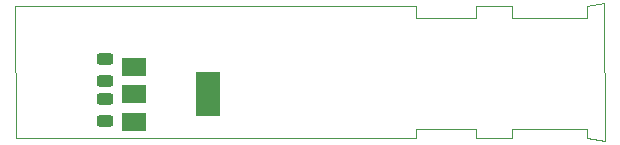
<source format=gtp>
G04 #@! TF.GenerationSoftware,KiCad,Pcbnew,6.0.7-f9a2dced07~116~ubuntu20.04.1*
G04 #@! TF.CreationDate,2022-09-06T19:45:12+02:00*
G04 #@! TF.ProjectId,wled-lion,776c6564-2d6c-4696-9f6e-2e6b69636164,rev?*
G04 #@! TF.SameCoordinates,Original*
G04 #@! TF.FileFunction,Paste,Top*
G04 #@! TF.FilePolarity,Positive*
%FSLAX46Y46*%
G04 Gerber Fmt 4.6, Leading zero omitted, Abs format (unit mm)*
G04 Created by KiCad (PCBNEW 6.0.7-f9a2dced07~116~ubuntu20.04.1) date 2022-09-06 19:45:12*
%MOMM*%
%LPD*%
G01*
G04 APERTURE LIST*
G04 Aperture macros list*
%AMRoundRect*
0 Rectangle with rounded corners*
0 $1 Rounding radius*
0 $2 $3 $4 $5 $6 $7 $8 $9 X,Y pos of 4 corners*
0 Add a 4 corners polygon primitive as box body*
4,1,4,$2,$3,$4,$5,$6,$7,$8,$9,$2,$3,0*
0 Add four circle primitives for the rounded corners*
1,1,$1+$1,$2,$3*
1,1,$1+$1,$4,$5*
1,1,$1+$1,$6,$7*
1,1,$1+$1,$8,$9*
0 Add four rect primitives between the rounded corners*
20,1,$1+$1,$2,$3,$4,$5,0*
20,1,$1+$1,$4,$5,$6,$7,0*
20,1,$1+$1,$6,$7,$8,$9,0*
20,1,$1+$1,$8,$9,$2,$3,0*%
G04 Aperture macros list end*
G04 #@! TA.AperFunction,Profile*
%ADD10C,0.050000*%
G04 #@! TD*
%ADD11RoundRect,0.243750X0.456250X-0.243750X0.456250X0.243750X-0.456250X0.243750X-0.456250X-0.243750X0*%
%ADD12R,2.000000X1.500000*%
%ADD13R,2.000000X3.800000*%
G04 APERTURE END LIST*
D10*
X182372000Y-84582000D02*
X148450000Y-84550000D01*
X198350000Y-84328000D02*
X198374000Y-96012000D01*
X190500000Y-85598000D02*
X196850000Y-85598000D01*
X190500000Y-94996000D02*
X196850000Y-94996000D01*
X182372000Y-95758000D02*
X182372000Y-94996000D01*
X148450000Y-84550000D02*
X148500000Y-95758000D01*
X187452000Y-94996000D02*
X187452000Y-95758000D01*
X190500000Y-84582000D02*
X190500000Y-85598000D01*
X182372000Y-85598000D02*
X187452000Y-85598000D01*
X187452000Y-95758000D02*
X190500000Y-95758000D01*
X182372000Y-85598000D02*
X182372000Y-84582000D01*
X187452000Y-85598000D02*
X187452000Y-84582000D01*
X198350000Y-84328000D02*
X196850000Y-84582000D01*
X196850000Y-94996000D02*
X196850000Y-95758000D01*
X187452000Y-84582000D02*
X190500000Y-84582000D01*
X196850000Y-95758000D02*
X198374000Y-96012000D01*
X182372000Y-94996000D02*
X187452000Y-94996000D01*
X190500000Y-95758000D02*
X190500000Y-94996000D01*
X196850000Y-84582000D02*
X196850000Y-85598000D01*
X148500000Y-95758000D02*
X182372000Y-95758000D01*
D11*
X156100000Y-94337500D03*
X156100000Y-92462500D03*
X156100000Y-90887500D03*
X156100000Y-89012500D03*
D12*
X158500000Y-89750000D03*
X158500000Y-92050000D03*
D13*
X164800000Y-92050000D03*
D12*
X158500000Y-94350000D03*
M02*

</source>
